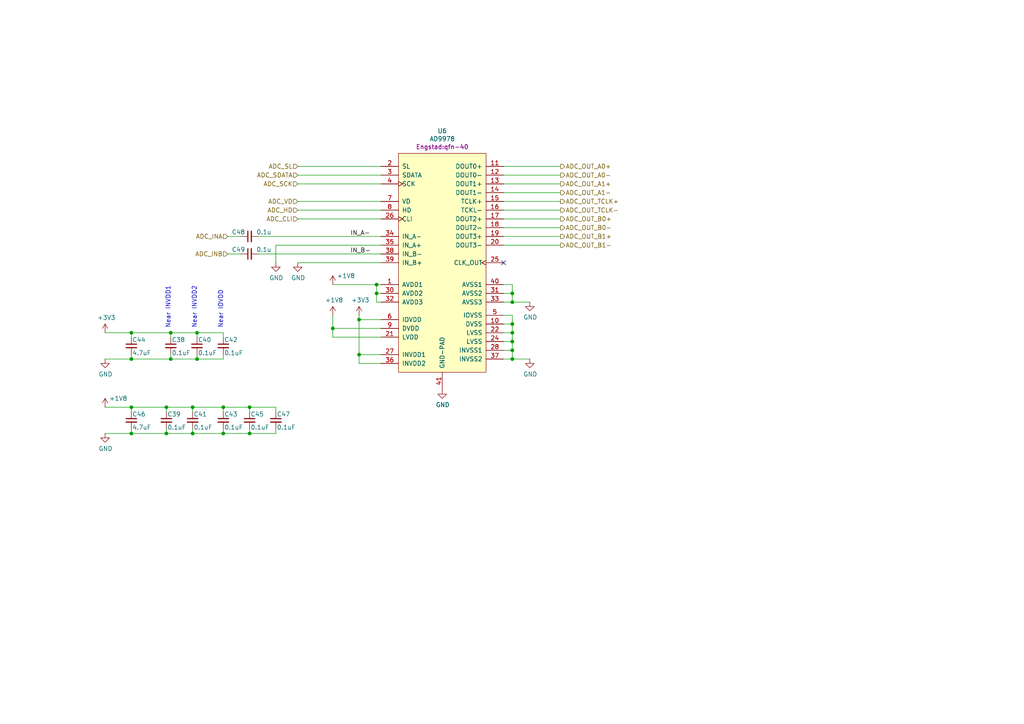
<source format=kicad_sch>
(kicad_sch (version 20230121) (generator eeschema)
  (paper "A4")
  (lib_symbols
    (symbol "@Engstad:AD9978" (pin_names (offset 1.016))
      (property "Reference" "U" (at 0 36.83 0))
      (property "Value" "AD9978" (at 0 33.02 0))
      (symbol "AD9978_0_1"
        (rectangle (start -12.7 31.75) (end 12.7 -31.75) (fill (type background)))
      )
      (symbol "AD9978_1_1"
        (pin power_in line (at -17.78 -6.35 0) (length 5.08) (name "AVDD1") (number "1"))
        (pin power_in line (at 17.78 -17.78 180) (length 5.08) (name "DVSS") (number "10"))
        (pin output line (at 17.78 27.94 180) (length 5.08) (name "DOUT0+") (number "11"))
        (pin output line (at 17.78 25.4 180) (length 5.08) (name "DOUT0-") (number "12"))
        (pin output line (at 17.78 22.86 180) (length 5.08) (name "DOUT1+") (number "13"))
        (pin output line (at 17.78 20.32 180) (length 5.08) (name "DOUT1-") (number "14"))
        (pin output line (at 17.78 17.78 180) (length 5.08) (name "TCLK+") (number "15"))
        (pin output line (at 17.78 15.24 180) (length 5.08) (name "TCKL-") (number "16"))
        (pin output line (at 17.78 12.7 180) (length 5.08) (name "DOUT2+") (number "17"))
        (pin output line (at 17.78 10.16 180) (length 5.08) (name "DOUT2-") (number "18"))
        (pin output line (at 17.78 7.62 180) (length 5.08) (name "DOUT3+") (number "19"))
        (pin input line (at -17.78 27.94 0) (length 5.08) (name "SL") (number "2"))
        (pin output line (at 17.78 5.08 180) (length 5.08) (name "DOUT3-") (number "20"))
        (pin power_in line (at -17.78 -21.59 0) (length 5.08) (name "LVDD") (number "21"))
        (pin power_in line (at 17.78 -20.32 180) (length 5.08) (name "LVSS") (number "22"))
        (pin no_connect line (at -2.54 -36.83 90) (length 5.08) hide (name "NC1") (number "23"))
        (pin power_in line (at 17.78 -22.86 180) (length 5.08) (name "LVSS") (number "24"))
        (pin output clock (at 17.78 0 180) (length 5.08) (name "CLK_OUT") (number "25"))
        (pin input clock (at -17.78 12.7 0) (length 5.08) (name "CLI") (number "26"))
        (pin power_in line (at -17.78 -26.67 0) (length 5.08) (name "INVDD1") (number "27"))
        (pin power_in line (at 17.78 -25.4 180) (length 5.08) (name "INVSS1") (number "28"))
        (pin no_connect line (at 2.54 -36.83 90) (length 5.08) hide (name "NC2") (number "29"))
        (pin input line (at -17.78 25.4 0) (length 5.08) (name "SDATA") (number "3"))
        (pin power_in line (at -17.78 -8.89 0) (length 5.08) (name "AVDD2") (number "30"))
        (pin power_in line (at 17.78 -8.89 180) (length 5.08) (name "AVSS2") (number "31"))
        (pin power_in line (at -17.78 -11.43 0) (length 5.08) (name "AVDD3") (number "32"))
        (pin power_in line (at 17.78 -11.43 180) (length 5.08) (name "AVSS3") (number "33"))
        (pin input line (at -17.78 7.62 0) (length 5.08) (name "IN_A-") (number "34"))
        (pin input line (at -17.78 5.08 0) (length 5.08) (name "IN_A+") (number "35"))
        (pin power_in line (at -17.78 -29.21 0) (length 5.08) (name "INVDD2") (number "36"))
        (pin power_in line (at 17.78 -27.94 180) (length 5.08) (name "INVSS2") (number "37"))
        (pin input line (at -17.78 2.54 0) (length 5.08) (name "IN_B-") (number "38"))
        (pin input line (at -17.78 0 0) (length 5.08) (name "IN_B+") (number "39"))
        (pin input clock (at -17.78 22.86 0) (length 5.08) (name "SCK") (number "4"))
        (pin power_in line (at 17.78 -6.35 180) (length 5.08) (name "AVSS1") (number "40"))
        (pin power_in line (at 0 -36.83 90) (length 5.08) (name "GND-PAD") (number "41"))
        (pin power_in line (at 17.78 -15.24 180) (length 5.08) (name "IOVSS") (number "5"))
        (pin power_in line (at -17.78 -16.51 0) (length 5.08) (name "IOVDD") (number "6"))
        (pin input line (at -17.78 17.78 0) (length 5.08) (name "VD") (number "7"))
        (pin input line (at -17.78 15.24 0) (length 5.08) (name "HD") (number "8"))
        (pin power_in line (at -17.78 -19.05 0) (length 5.08) (name "DVDD") (number "9"))
      )
    )
    (symbol "Device:C_Small" (pin_numbers hide) (pin_names (offset 0.254) hide)
      (property "Reference" "C" (at 0.254 1.778 0))
      (property "Value" "C_Small" (at 0.254 -2.032 0))
      (symbol "C_Small_0_1"
        (polyline (pts (xy -1.524 -0.508) (xy 1.524 -0.508)) (stroke (width 0.3302)))
        (polyline (pts (xy -1.524 0.508) (xy 1.524 0.508)) (stroke (width 0.3048)))
      )
      (symbol "C_Small_1_1"
        (pin passive line (at 0 2.54 270) (length 2.032) (name "~") (number "1"))
        (pin passive line (at 0 -2.54 90) (length 2.032) (name "~") (number "2"))
      )
    )
    (symbol "power:+1V8" (power) (pin_names (offset 0))
      (property "Value" "+1V8" (at 0 3.556 0))
      (symbol "+1V8_0_1"
        (polyline (pts (xy -0.762 1.27) (xy 0 2.54)))
        (polyline (pts (xy 0 0) (xy 0 2.54)))
        (polyline (pts (xy 0 2.54) (xy 0.762 1.27)))
      )
      (symbol "+1V8_1_1"
        (pin power_in line (at 0 0 90) (length 0) hide (name "+1V8") (number "1"))
      )
    )
    (symbol "power:+3V3" (power) (pin_names (offset 0))
      (property "Value" "+3V3" (at 0 3.556 0))
      (symbol "+3V3_0_1"
        (polyline (pts (xy -0.762 1.27) (xy 0 2.54)))
        (polyline (pts (xy 0 0) (xy 0 2.54)))
        (polyline (pts (xy 0 2.54) (xy 0.762 1.27)))
      )
      (symbol "+3V3_1_1"
        (pin power_in line (at 0 0 90) (length 0) hide (name "+3V3") (number "1"))
      )
    )
    (symbol "power:GND" (power) (pin_names (offset 0))
      (property "Value" "GND" (at 0 -3.81 0))
      (symbol "GND_0_1"
        (polyline (pts (xy 0 0) (xy 0 -1.27) (xy 1.27 -1.27) (xy 0 -2.54) (xy -1.27 -1.27) (xy 0 -1.27)))
      )
      (symbol "GND_1_1"
        (pin power_in line (at 0 0 270) (length 0) hide (name "GND") (number "1"))
      )
    )
  )
  (junction (at 55.88 125.73))
  (junction (at 38.1 125.73))
  (junction (at 72.39 118.11))
  (junction (at 55.88 118.11))
  (junction (at 38.1 104.14))
  (junction (at 104.14 92.71))
  (junction (at 38.1 96.52))
  (junction (at 57.15 96.52))
  (junction (at 64.77 118.11))
  (junction (at 148.59 85.09))
  (junction (at 109.22 82.55))
  (junction (at 148.59 101.6))
  (junction (at 148.59 104.14))
  (junction (at 148.59 87.63))
  (junction (at 109.22 85.09))
  (junction (at 49.53 96.52))
  (junction (at 148.59 93.98))
  (junction (at 64.77 125.73))
  (junction (at 96.52 95.25))
  (junction (at 48.26 118.11))
  (junction (at 148.59 99.06))
  (junction (at 38.1 118.11))
  (junction (at 49.53 104.14))
  (junction (at 104.14 102.87))
  (junction (at 148.59 96.52))
  (junction (at 72.39 125.73))
  (junction (at 57.15 104.14))
  (junction (at 48.26 125.73))
  (no_connect (at 146.05 76.2))
  (wire (pts (xy 49.53 102.87) (xy 49.53 104.14)))
  (wire (pts (xy 38.1 124.46) (xy 38.1 125.73)))
  (wire (pts (xy 57.15 102.87) (xy 57.15 104.14)))
  (wire (pts (xy 64.77 118.11) (xy 72.39 118.11)))
  (wire (pts (xy 146.05 104.14) (xy 148.59 104.14)))
  (wire (pts (xy 148.59 104.14) (xy 148.59 101.6)))
  (wire (pts (xy 72.39 125.73) (xy 80.01 125.73)))
  (wire (pts (xy 49.53 104.14) (xy 57.15 104.14)))
  (wire (pts (xy 80.01 76.2) (xy 80.01 71.12)))
  (wire (pts (xy 148.59 87.63) (xy 153.67 87.63)))
  (wire (pts (xy 55.88 125.73) (xy 64.77 125.73)))
  (wire (pts (xy 148.59 85.09) (xy 148.59 82.55)))
  (wire (pts (xy 55.88 118.11) (xy 55.88 119.38)))
  (wire (pts (xy 146.05 63.5) (xy 162.56 63.5)))
  (wire (pts (xy 38.1 104.14) (xy 49.53 104.14)))
  (wire (pts (xy 49.53 96.52) (xy 49.53 97.79)))
  (wire (pts (xy 86.36 48.26) (xy 110.49 48.26)))
  (wire (pts (xy 146.05 53.34) (xy 162.56 53.34)))
  (wire (pts (xy 72.39 118.11) (xy 80.01 118.11)))
  (wire (pts (xy 48.26 125.73) (xy 55.88 125.73)))
  (wire (pts (xy 146.05 87.63) (xy 148.59 87.63)))
  (wire (pts (xy 72.39 118.11) (xy 72.39 119.38)))
  (wire (pts (xy 148.59 104.14) (xy 153.67 104.14)))
  (wire (pts (xy 109.22 82.55) (xy 109.22 85.09)))
  (wire (pts (xy 48.26 118.11) (xy 55.88 118.11)))
  (wire (pts (xy 38.1 96.52) (xy 49.53 96.52)))
  (wire (pts (xy 38.1 119.38) (xy 38.1 118.11)))
  (wire (pts (xy 64.77 102.87) (xy 64.77 104.14)))
  (wire (pts (xy 148.59 82.55) (xy 146.05 82.55)))
  (wire (pts (xy 64.77 96.52) (xy 64.77 97.79)))
  (wire (pts (xy 148.59 101.6) (xy 146.05 101.6)))
  (wire (pts (xy 64.77 125.73) (xy 64.77 124.46)))
  (wire (pts (xy 55.88 125.73) (xy 55.88 124.46)))
  (wire (pts (xy 64.77 125.73) (xy 72.39 125.73)))
  (wire (pts (xy 148.59 87.63) (xy 148.59 85.09)))
  (wire (pts (xy 104.14 102.87) (xy 104.14 105.41)))
  (wire (pts (xy 104.14 92.71) (xy 110.49 92.71)))
  (wire (pts (xy 86.36 50.8) (xy 110.49 50.8)))
  (wire (pts (xy 86.36 63.5) (xy 110.49 63.5)))
  (wire (pts (xy 148.59 93.98) (xy 148.59 91.44)))
  (wire (pts (xy 38.1 125.73) (xy 48.26 125.73)))
  (wire (pts (xy 74.93 73.66) (xy 110.49 73.66)))
  (wire (pts (xy 146.05 58.42) (xy 162.56 58.42)))
  (wire (pts (xy 38.1 118.11) (xy 48.26 118.11)))
  (wire (pts (xy 30.48 104.14) (xy 38.1 104.14)))
  (wire (pts (xy 66.04 68.58) (xy 69.85 68.58)))
  (wire (pts (xy 146.05 60.96) (xy 162.56 60.96)))
  (wire (pts (xy 30.48 96.52) (xy 38.1 96.52)))
  (wire (pts (xy 109.22 82.55) (xy 110.49 82.55)))
  (wire (pts (xy 57.15 96.52) (xy 57.15 97.79)))
  (wire (pts (xy 49.53 96.52) (xy 57.15 96.52)))
  (wire (pts (xy 148.59 93.98) (xy 146.05 93.98)))
  (wire (pts (xy 148.59 96.52) (xy 148.59 93.98)))
  (wire (pts (xy 55.88 118.11) (xy 64.77 118.11)))
  (wire (pts (xy 109.22 85.09) (xy 110.49 85.09)))
  (wire (pts (xy 104.14 102.87) (xy 110.49 102.87)))
  (wire (pts (xy 148.59 99.06) (xy 148.59 96.52)))
  (wire (pts (xy 80.01 71.12) (xy 110.49 71.12)))
  (wire (pts (xy 148.59 85.09) (xy 146.05 85.09)))
  (wire (pts (xy 96.52 82.55) (xy 109.22 82.55)))
  (wire (pts (xy 57.15 104.14) (xy 64.77 104.14)))
  (wire (pts (xy 146.05 48.26) (xy 162.56 48.26)))
  (wire (pts (xy 148.59 96.52) (xy 146.05 96.52)))
  (wire (pts (xy 148.59 99.06) (xy 146.05 99.06)))
  (wire (pts (xy 162.56 55.88) (xy 146.05 55.88)))
  (wire (pts (xy 86.36 60.96) (xy 110.49 60.96)))
  (wire (pts (xy 162.56 71.12) (xy 146.05 71.12)))
  (wire (pts (xy 80.01 125.73) (xy 80.01 124.46)))
  (wire (pts (xy 86.36 53.34) (xy 110.49 53.34)))
  (wire (pts (xy 38.1 96.52) (xy 38.1 97.79)))
  (wire (pts (xy 57.15 96.52) (xy 64.77 96.52)))
  (wire (pts (xy 104.14 105.41) (xy 110.49 105.41)))
  (wire (pts (xy 109.22 85.09) (xy 109.22 87.63)))
  (wire (pts (xy 86.36 58.42) (xy 110.49 58.42)))
  (wire (pts (xy 64.77 118.11) (xy 64.77 119.38)))
  (wire (pts (xy 162.56 66.04) (xy 146.05 66.04)))
  (wire (pts (xy 146.05 68.58) (xy 162.56 68.58)))
  (wire (pts (xy 148.59 101.6) (xy 148.59 99.06)))
  (wire (pts (xy 72.39 125.73) (xy 72.39 124.46)))
  (wire (pts (xy 109.22 87.63) (xy 110.49 87.63)))
  (wire (pts (xy 30.48 125.73) (xy 38.1 125.73)))
  (wire (pts (xy 96.52 97.79) (xy 110.49 97.79)))
  (wire (pts (xy 110.49 68.58) (xy 74.93 68.58)))
  (wire (pts (xy 66.04 73.66) (xy 69.85 73.66)))
  (wire (pts (xy 48.26 124.46) (xy 48.26 125.73)))
  (wire (pts (xy 80.01 118.11) (xy 80.01 119.38)))
  (wire (pts (xy 162.56 50.8) (xy 146.05 50.8)))
  (wire (pts (xy 104.14 91.44) (xy 104.14 92.71)))
  (wire (pts (xy 104.14 92.71) (xy 104.14 102.87)))
  (wire (pts (xy 86.36 76.2) (xy 110.49 76.2)))
  (wire (pts (xy 96.52 91.44) (xy 96.52 95.25)))
  (wire (pts (xy 30.48 118.11) (xy 38.1 118.11)))
  (wire (pts (xy 148.59 91.44) (xy 146.05 91.44)))
  (wire (pts (xy 38.1 102.87) (xy 38.1 104.14)))
  (wire (pts (xy 96.52 95.25) (xy 110.49 95.25)))
  (wire (pts (xy 96.52 95.25) (xy 96.52 97.79)))
  (wire (pts (xy 48.26 118.11) (xy 48.26 119.38)))
  (text "Near IOVDD\n" (at 64.77 95.25 90) (effects (font (size 1.27 1.27)) (justify left bottom)))
  (text "Near INVDD1" (at 49.53 95.25 90) (effects (font (size 1.27 1.27)) (justify left bottom)))
  (text "Near INVDD2" (at 57.15 95.25 90) (effects (font (size 1.27 1.27)) (justify left bottom)))
  (label "IN_B-" (at 101.6 73.66 0))
  (label "IN_A-" (at 101.6 68.58 0))
  (hierarchical_label "ADC_HD" (shape input) (at 86.36 60.96 180))
  (hierarchical_label "ADC_OUT_TCLK+" (shape output) (at 162.56 58.42 0))
  (hierarchical_label "ADC_SCK" (shape input) (at 86.36 53.34 180))
  (hierarchical_label "ADC_OUT_B1+" (shape output) (at 162.56 68.58 0))
  (hierarchical_label "ADC_CLI" (shape input) (at 86.36 63.5 180))
  (hierarchical_label "ADC_OUT_B1-" (shape output) (at 162.56 71.12 0))
  (hierarchical_label "ADC_OUT_A0+" (shape output) (at 162.56 48.26 0))
  (hierarchical_label "ADC_INB" (shape input) (at 66.04 73.66 180))
  (hierarchical_label "ADC_OUT_TCLK-" (shape output) (at 162.56 60.96 0))
  (hierarchical_label "ADC_OUT_B0+" (shape output) (at 162.56 63.5 0))
  (hierarchical_label "ADC_INA" (shape input) (at 66.04 68.58 180))
  (hierarchical_label "ADC_SL" (shape input) (at 86.36 48.26 180))
  (hierarchical_label "ADC_SDATA" (shape input) (at 86.36 50.8 180))
  (hierarchical_label "ADC_OUT_A1+" (shape output) (at 162.56 53.34 0))
  (hierarchical_label "ADC_VD" (shape input) (at 86.36 58.42 180))
  (hierarchical_label "ADC_OUT_B0-" (shape output) (at 162.56 66.04 0))
  (hierarchical_label "ADC_OUT_A0-" (shape output) (at 162.56 50.8 0))
  (hierarchical_label "ADC_OUT_A1-" (shape output) (at 162.56 55.88 0))
  (symbol (lib_id "Device:C_Small") (at 72.39 68.58 90) (mirror x) (unit 1)
    (property "Reference" "C48" (at 71.12 67.31 90) (effects (justify left)))
    (property "Value" "0.1u" (at 78.74 67.31 90) (effects (justify left)))
    (property "Footprint" "Capacitor_SMD:C_0603_1608Metric" (effects hide))
  )
  (symbol (lib_id "Device:C_Small") (at 72.39 73.66 90) (mirror x) (unit 1)
    (property "Reference" "C49" (at 71.12 72.39 90) (effects (justify left)))
    (property "Value" "0.1u" (at 78.74 72.39 90) (effects (justify left)))
    (property "Footprint" "Capacitor_SMD:C_0603_1608Metric" (effects hide))
  )
  (symbol (lib_id "Device:C_Small") (at 49.53 100.33 0) (unit 1)
    (property "Reference" "C38" (at 49.784 98.552 0) (effects (justify left)))
    (property "Value" "0.1uF" (at 49.784 102.362 0) (effects (justify left)))
    (property "Footprint" "Capacitor_SMD:C_0603_1608Metric" (effects hide))
  )
  (symbol (lib_id "Device:C_Small") (at 57.15 100.33 0) (unit 1)
    (property "Reference" "C40" (at 57.404 98.552 0) (effects (justify left)))
    (property "Value" "0.1uF" (at 57.404 102.362 0) (effects (justify left)))
    (property "Footprint" "Capacitor_SMD:C_0603_1608Metric" (effects hide))
  )
  (symbol (lib_id "Device:C_Small") (at 48.26 121.92 0) (unit 1)
    (property "Reference" "C39" (at 48.514 120.142 0) (effects (justify left)))
    (property "Value" "0.1uF" (at 48.514 123.952 0) (effects (justify left)))
    (property "Footprint" "Capacitor_SMD:C_0603_1608Metric" (effects hide))
  )
  (symbol (lib_id "Device:C_Small") (at 55.88 121.92 0) (unit 1)
    (property "Reference" "C41" (at 56.134 120.142 0) (effects (justify left)))
    (property "Value" "0.1uF" (at 56.134 123.952 0) (effects (justify left)))
    (property "Footprint" "Capacitor_SMD:C_0603_1608Metric" (effects hide))
  )
  (symbol (lib_id "Device:C_Small") (at 64.77 121.92 0) (unit 1)
    (property "Reference" "C43" (at 65.024 120.142 0) (effects (justify left)))
    (property "Value" "0.1uF" (at 65.024 123.952 0) (effects (justify left)))
    (property "Footprint" "Capacitor_SMD:C_0603_1608Metric" (effects hide))
  )
  (symbol (lib_id "Device:C_Small") (at 64.77 100.33 0) (unit 1)
    (property "Reference" "C42" (at 65.024 98.552 0) (effects (justify left)))
    (property "Value" "0.1uF" (at 65.024 102.362 0) (effects (justify left)))
    (property "Footprint" "Capacitor_SMD:C_0603_1608Metric" (effects hide))
  )
  (symbol (lib_id "Device:C_Small") (at 72.39 121.92 0) (unit 1)
    (property "Reference" "C45" (at 72.644 120.142 0) (effects (justify left)))
    (property "Value" "0.1uF" (at 72.644 123.952 0) (effects (justify left)))
    (property "Footprint" "Capacitor_SMD:C_0603_1608Metric" (effects hide))
  )
  (symbol (lib_id "@Engstad:AD9978") (at 128.27 76.2 0) (unit 1)
    (property "Reference" "U6" (at 128.27 37.973 0))
    (property "Value" "AD9978" (at 128.27 40.2844 0))
    (property "Footprint" "Engstad:qfn-40" (at 128.27 42.5958 0))
  )
  (symbol (lib_id "power:+3V3") (at 104.14 91.44 0) (unit 1)
    (property "Reference" "#PWR0125" (effects hide))
    (property "Value" "+3V3" (at 104.521 87.0458 0))
  )
  (symbol (lib_id "power:GND") (at 153.67 104.14 0) (unit 1)
    (property "Reference" "#PWR0132" (effects hide))
    (property "Value" "GND" (at 153.797 108.5342 0))
  )
  (symbol (lib_id "Device:C_Small") (at 38.1 100.33 0) (unit 1)
    (property "Reference" "C44" (at 38.354 98.552 0) (effects (justify left)))
    (property "Value" "4.7uF" (at 38.354 102.362 0) (effects (justify left)))
    (property "Footprint" "Capacitor_SMD:C_0805_2012Metric" (effects hide))
  )
  (symbol (lib_id "Device:C_Small") (at 38.1 121.92 0) (unit 1)
    (property "Reference" "C46" (at 38.354 120.142 0) (effects (justify left)))
    (property "Value" "4.7uF" (at 38.354 123.952 0) (effects (justify left)))
    (property "Footprint" "Capacitor_SMD:C_0805_2012Metric" (effects hide))
  )
  (symbol (lib_id "Device:C_Small") (at 80.01 121.92 0) (unit 1)
    (property "Reference" "C47" (at 80.264 120.142 0) (effects (justify left)))
    (property "Value" "0.1uF" (at 80.264 123.952 0) (effects (justify left)))
    (property "Footprint" "Capacitor_SMD:C_0603_1608Metric" (effects hide))
  )
  (symbol (lib_id "power:GND") (at 128.27 113.03 0) (unit 1)
    (property "Reference" "#PWR0134" (effects hide))
    (property "Value" "GND" (at 128.397 117.4242 0))
  )
  (symbol (lib_id "power:+3V3") (at 30.48 96.52 0) (unit 1)
    (property "Reference" "#PWR0128" (effects hide))
    (property "Value" "+3V3" (at 30.861 92.1258 0))
  )
  (symbol (lib_id "power:GND") (at 30.48 104.14 0) (unit 1)
    (property "Reference" "#PWR0129" (effects hide))
    (property "Value" "GND" (at 30.607 108.5342 0))
  )
  (symbol (lib_id "power:GND") (at 30.48 125.73 0) (unit 1)
    (property "Reference" "#PWR0131" (effects hide))
    (property "Value" "GND" (at 30.607 130.1242 0))
  )
  (symbol (lib_id "power:+1V8") (at 96.52 91.44 0) (unit 1)
    (property "Reference" "#PWR0121" (effects hide))
    (property "Value" "+1V8" (at 96.901 87.0458 0))
  )
  (symbol (lib_id "power:+1V8") (at 96.52 82.55 0) (unit 1)
    (property "Reference" "#PWR013" (effects hide))
    (property "Value" "+1V8" (at 100.33 80.01 0))
  )
  (symbol (lib_id "power:GND") (at 86.36 76.2 0) (unit 1)
    (property "Reference" "#PWR017" (effects hide))
    (property "Value" "GND" (at 86.487 80.5942 0))
  )
  (symbol (lib_id "power:GND") (at 80.01 76.2 0) (unit 1)
    (property "Reference" "#PWR016" (effects hide))
    (property "Value" "GND" (at 80.137 80.5942 0))
  )
  (symbol (lib_id "power:+1V8") (at 30.48 118.11 0) (unit 1)
    (property "Reference" "#PWR018" (effects hide))
    (property "Value" "+1V8" (at 34.29 115.57 0))
  )
  (symbol (lib_id "power:GND") (at 153.67 87.63 0) (unit 1)
    (property "Reference" "#PWR014" (effects hide))
    (property "Value" "GND" (at 153.797 92.0242 0))
  )
)
</source>
